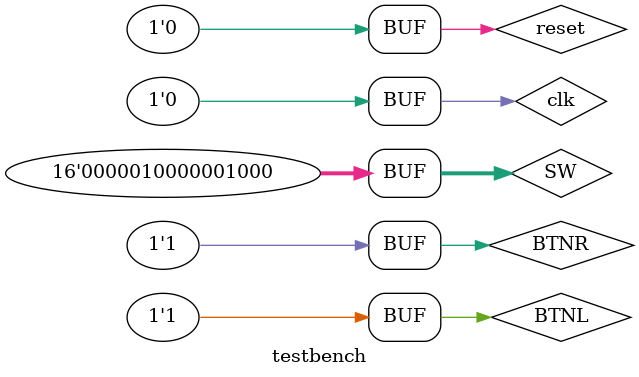
<source format=sv>
`timescale 1ns / 1ps
module testbench(
    );
 logic clk;
 logic reset;
 logic BTNL,BTNR;
 logic [15:0] SW;
 logic [7:0] AN;
 logic DP;
 logic [6:0] A2G;
 top dut(clk,reset,BTNL,BTNR,SW,AN,DP,A2G);
// initialize test
initial begin
    #0; reset <= 1;
    #2; reset <= 0;
    #2; BTNL <= 1; BTNR <= 1;
    #2; SW<=16'b00000100_00001000;//4+8
end
// generate clock to sequence tests
always begin
clk <= 1; #5; clk <= 0; #5; end
endmodule

</source>
